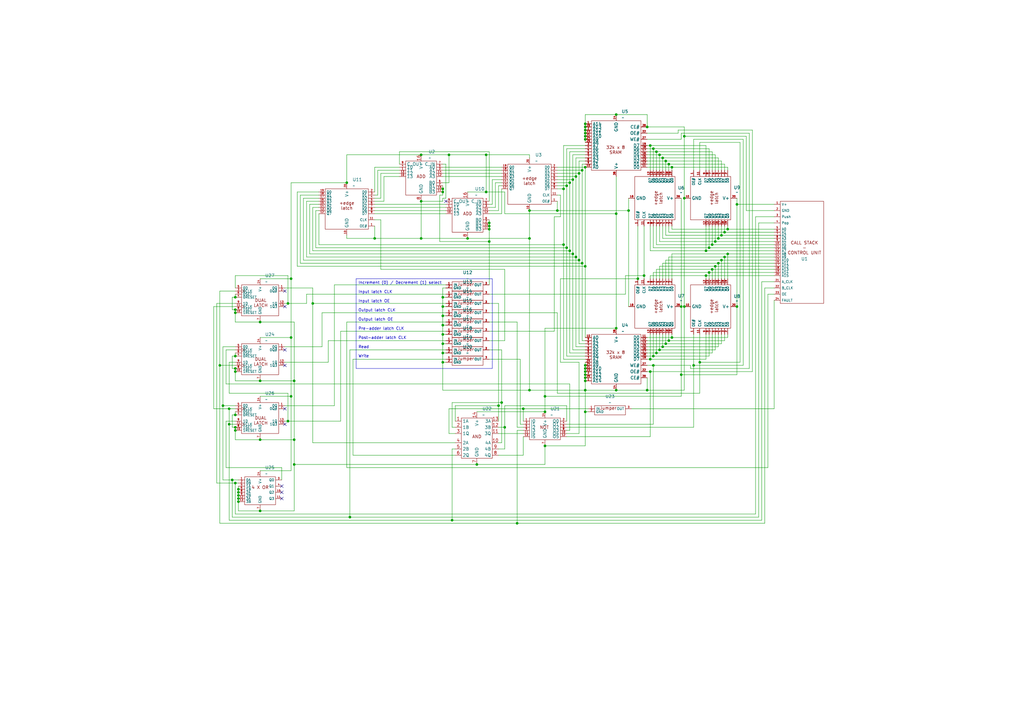
<source format=kicad_sch>
(kicad_sch (version 20231120) (generator "eeschema") (generator_version "8.0")
  (paper "A3")
  (junction (at 118.11 124.46))
  (junction (at 200.66 92.71))
  (junction (at 270.51 63.5))
  (junction (at 240.03 153.67))
  (junction (at 223.52 182.88))
  (junction (at 128.27 124.46))
  (junction (at 238.76 107.95))
  (junction (at 295.91 96.52))
  (junction (at 237.49 71.12))
  (junction (at 231.14 100.33))
  (junction (at 181.61 144.78))
  (junction (at 142.24 74.93))
  (junction (at 200.66 99.06))
  (junction (at 240.03 154.94))
  (junction (at 184.15 63.5))
  (junction (at 96.52 146.05))
  (junction (at 240.03 160.02))
  (junction (at 302.26 125.73))
  (junction (at 275.59 138.43))
  (junction (at 266.7 147.32))
  (junction (at 275.59 68.58))
  (junction (at 106.68 209.55))
  (junction (at 238.76 69.85))
  (junction (at 284.48 149.86))
  (junction (at 96.52 151.13))
  (junction (at 287.02 148.59))
  (junction (at 273.05 66.04))
  (junction (at 252.73 46.99))
  (junction (at 280.67 81.28))
  (junction (at 269.24 62.23))
  (junction (at 236.22 72.39))
  (junction (at 279.4 153.67))
  (junction (at 172.72 82.55))
  (junction (at 240.03 55.88))
  (junction (at 223.52 162.56))
  (junction (at 106.68 132.08))
  (junction (at 240.03 168.91))
  (junction (at 240.03 54.61))
  (junction (at 240.03 52.07))
  (junction (at 231.14 77.47))
  (junction (at 234.95 73.66))
  (junction (at 293.37 99.06))
  (junction (at 118.11 172.72))
  (junction (at 297.18 105.41))
  (junction (at 240.03 50.8))
  (junction (at 96.52 176.53))
  (junction (at 181.61 78.74))
  (junction (at 217.17 86.36))
  (junction (at 240.03 151.13))
  (junction (at 185.42 213.36))
  (junction (at 240.03 53.34))
  (junction (at 91.44 166.37))
  (junction (at 96.52 128.27))
  (junction (at 106.68 180.34))
  (junction (at 240.03 149.86))
  (junction (at 181.61 121.92))
  (junction (at 181.61 77.47))
  (junction (at 96.52 175.26))
  (junction (at 236.22 105.41))
  (junction (at 217.17 160.02))
  (junction (at 217.17 97.79))
  (junction (at 223.52 168.91))
  (junction (at 228.6 86.36))
  (junction (at 97.79 201.93))
  (junction (at 294.64 97.79))
  (junction (at 265.43 160.02))
  (junction (at 266.7 59.69))
  (junction (at 280.67 125.73))
  (junction (at 264.16 113.03))
  (junction (at 267.97 149.86))
  (junction (at 270.51 143.51))
  (junction (at 90.17 149.86))
  (junction (at 191.77 97.79))
  (junction (at 290.83 111.76))
  (junction (at 214.63 167.64))
  (junction (at 289.56 113.03))
  (junction (at 119.38 162.56))
  (junction (at 257.81 86.36))
  (junction (at 96.52 121.92))
  (junction (at 252.73 160.02))
  (junction (at 181.61 148.59))
  (junction (at 240.03 152.4))
  (junction (at 237.49 106.68))
  (junction (at 120.65 180.34))
  (junction (at 265.43 52.07))
  (junction (at 274.32 139.7))
  (junction (at 200.66 91.44))
  (junction (at 252.73 134.62))
  (junction (at 292.1 100.33))
  (junction (at 240.03 156.21))
  (junction (at 199.39 78.74))
  (junction (at 96.52 198.12))
  (junction (at 204.47 166.37))
  (junction (at 233.68 74.93))
  (junction (at 240.03 109.22))
  (junction (at 181.61 140.97))
  (junction (at 195.58 190.5))
  (junction (at 240.03 57.15))
  (junction (at 106.68 156.21))
  (junction (at 261.62 114.3))
  (junction (at 96.52 152.4))
  (junction (at 207.01 175.26))
  (junction (at 252.73 87.63))
  (junction (at 93.98 167.64))
  (junction (at 93.98 173.99))
  (junction (at 119.38 138.43))
  (junction (at 153.67 97.79))
  (junction (at 119.38 114.3))
  (junction (at 234.95 104.14))
  (junction (at 292.1 110.49))
  (junction (at 295.91 106.68))
  (junction (at 96.52 170.18))
  (junction (at 266.7 152.4))
  (junction (at 267.97 146.05))
  (junction (at 267.97 60.96))
  (junction (at 280.67 55.88))
  (junction (at 271.78 64.77))
  (junction (at 232.41 76.2))
  (junction (at 232.41 101.6))
  (junction (at 143.51 212.09))
  (junction (at 181.61 125.73))
  (junction (at 97.79 203.2))
  (junction (at 279.4 125.73))
  (junction (at 205.74 165.1))
  (junction (at 233.68 102.87))
  (junction (at 212.09 214.63))
  (junction (at 172.72 63.5))
  (junction (at 96.52 127))
  (junction (at 271.78 142.24))
  (junction (at 290.83 101.6))
  (junction (at 199.39 63.5))
  (junction (at 294.64 107.95))
  (junction (at 97.79 204.47))
  (junction (at 181.61 133.35))
  (junction (at 172.72 97.79))
  (junction (at 200.66 93.98))
  (junction (at 298.45 104.14))
  (junction (at 297.18 95.25))
  (junction (at 293.37 109.22))
  (junction (at 298.45 93.98))
  (junction (at 95.25 196.85))
  (junction (at 97.79 200.66))
  (junction (at 274.32 67.31))
  (junction (at 97.79 205.74))
  (junction (at 273.05 140.97))
  (junction (at 269.24 144.78))
  (junction (at 120.65 156.21))
  (junction (at 181.61 137.16))
  (junction (at 181.61 129.54))
  (junction (at 302.26 83.82))
  (junction (at 289.56 102.87))
  (junction (at 120.65 190.5))
  (junction (at 240.03 68.58))
  (no_connect (at 115.57 199.39))
  (no_connect (at 116.84 173.99))
  (no_connect (at 115.57 204.47))
  (no_connect (at 116.84 143.51))
  (no_connect (at 182.88 82.55))
  (no_connect (at 116.84 149.86))
  (no_connect (at 115.57 201.93))
  (no_connect (at 116.84 167.64))
  (no_connect (at 116.84 125.73))
  (no_connect (at 116.84 119.38))
  (wire (pts (xy 199.39 78.74) (xy 207.01 78.74)))
  (wire (pts (xy 181.61 140.97) (xy 181.61 144.78)))
  (wire (pts (xy 292.1 92.71) (xy 292.1 100.33)))
  (wire (pts (xy 181.61 137.16) (xy 182.88 137.16)))
  (wire (pts (xy 119.38 114.3) (xy 119.38 138.43)))
  (wire (pts (xy 200.66 91.44) (xy 200.66 92.71)))
  (wire (pts (xy 204.47 76.2) (xy 205.74 76.2)))
  (wire (pts (xy 295.91 106.68) (xy 295.91 114.3)))
  (wire (pts (xy 257.81 86.36) (xy 257.81 125.73)))
  (wire (pts (xy 184.15 63.5) (xy 172.72 63.5)))
  (wire (pts (xy 154.94 80.01) (xy 153.67 80.01)))
  (wire (pts (xy 95.25 151.13) (xy 96.52 151.13)))
  (wire (pts (xy 317.5 93.98) (xy 298.45 93.98)))
  (wire (pts (xy 267.97 60.96) (xy 267.97 69.85)))
  (wire (pts (xy 125.73 124.46) (xy 118.11 124.46)))
  (wire (pts (xy 200.66 99.06) (xy 180.34 99.06)))
  (wire (pts (xy 200.66 147.32) (xy 213.36 147.32)))
  (wire (pts (xy 115.57 191.77) (xy 92.71 191.77)))
  (wire (pts (xy 204.47 166.37) (xy 204.47 172.72)))
  (wire (pts (xy 185.42 213.36) (xy 93.98 213.36)))
  (wire (pts (xy 237.49 106.68) (xy 237.49 140.97)))
  (wire (pts (xy 292.1 69.85) (xy 292.1 62.23)))
  (wire (pts (xy 97.79 196.85) (xy 95.25 196.85)))
  (wire (pts (xy 313.69 214.63) (xy 212.09 214.63)))
  (wire (pts (xy 142.24 191.77) (xy 142.24 132.08)))
  (wire (pts (xy 317.5 95.25) (xy 297.18 95.25)))
  (wire (pts (xy 267.97 149.86) (xy 265.43 149.86)))
  (wire (pts (xy 303.53 148.59) (xy 287.02 148.59)))
  (wire (pts (xy 302.26 83.82) (xy 317.5 83.82)))
  (wire (pts (xy 130.81 87.63) (xy 130.81 100.33)))
  (wire (pts (xy 275.59 137.16) (xy 275.59 138.43)))
  (wire (pts (xy 93.98 161.29) (xy 118.11 161.29)))
  (wire (pts (xy 213.36 147.32) (xy 213.36 173.99)))
  (wire (pts (xy 227.33 88.9) (xy 229.87 88.9)))
  (wire (pts (xy 273.05 96.52) (xy 273.05 92.71)))
  (wire (pts (xy 217.17 63.5) (xy 217.17 64.77)))
  (wire (pts (xy 312.42 213.36) (xy 185.42 213.36)))
  (wire (pts (xy 144.78 186.69) (xy 186.69 186.69)))
  (wire (pts (xy 186.69 177.8) (xy 184.15 177.8)))
  (wire (pts (xy 317.5 109.22) (xy 293.37 109.22)))
  (wire (pts (xy 307.34 151.13) (xy 283.21 151.13)))
  (wire (pts (xy 93.98 148.59) (xy 96.52 148.59)))
  (wire (pts (xy 139.7 172.72) (xy 139.7 135.89)))
  (wire (pts (xy 292.1 62.23) (xy 269.24 62.23)))
  (wire (pts (xy 116.84 172.72) (xy 118.11 172.72)))
  (wire (pts (xy 271.78 137.16) (xy 271.78 142.24)))
  (wire (pts (xy 269.24 114.3) (xy 269.24 110.49)))
  (wire (pts (xy 124.46 106.68) (xy 237.49 106.68)))
  (wire (pts (xy 186.69 166.37) (xy 186.69 172.72)))
  (wire (pts (xy 184.15 63.5) (xy 199.39 63.5)))
  (wire (pts (xy 205.74 165.1) (xy 205.74 181.61)))
  (wire (pts (xy 294.64 92.71) (xy 294.64 97.79)))
  (wire (pts (xy 317.5 97.79) (xy 294.64 97.79)))
  (wire (pts (xy 207.01 87.63) (xy 252.73 87.63)))
  (wire (pts (xy 292.1 137.16) (xy 292.1 144.78)))
  (wire (pts (xy 181.61 121.92) (xy 182.88 121.92)))
  (wire (pts (xy 232.41 76.2) (xy 228.6 76.2)))
  (wire (pts (xy 143.51 143.51) (xy 182.88 143.51)))
  (wire (pts (xy 120.65 132.08) (xy 120.65 156.21)))
  (wire (pts (xy 297.18 92.71) (xy 297.18 95.25)))
  (wire (pts (xy 231.14 59.69) (xy 240.03 59.69)))
  (wire (pts (xy 191.77 97.79) (xy 172.72 97.79)))
  (wire (pts (xy 199.39 63.5) (xy 217.17 63.5)))
  (wire (pts (xy 130.81 81.28) (xy 124.46 81.28)))
  (wire (pts (xy 231.14 100.33) (xy 231.14 77.47)))
  (wire (pts (xy 205.74 72.39) (xy 181.61 72.39)))
  (wire (pts (xy 229.87 114.3) (xy 261.62 114.3)))
  (wire (pts (xy 240.03 149.86) (xy 240.03 151.13)))
  (wire (pts (xy 116.84 148.59) (xy 134.62 148.59)))
  (wire (pts (xy 240.03 168.91) (xy 240.03 160.02)))
  (wire (pts (xy 95.25 146.05) (xy 95.25 151.13)))
  (wire (pts (xy 106.68 180.34) (xy 120.65 180.34)))
  (wire (pts (xy 294.64 107.95) (xy 294.64 114.3)))
  (wire (pts (xy 200.66 62.23) (xy 200.66 82.55)))
  (wire (pts (xy 142.24 63.5) (xy 142.24 74.93)))
  (wire (pts (xy 181.61 82.55) (xy 172.72 82.55)))
  (wire (pts (xy 240.03 109.22) (xy 121.92 109.22)))
  (wire (pts (xy 270.51 143.51) (xy 293.37 143.51)))
  (wire (pts (xy 118.11 124.46) (xy 116.84 124.46)))
  (wire (pts (xy 125.73 120.65) (xy 182.88 120.65)))
  (wire (pts (xy 116.84 118.11) (xy 128.27 118.11)))
  (wire (pts (xy 143.51 143.51) (xy 143.51 212.09)))
  (wire (pts (xy 154.94 69.85) (xy 154.94 80.01)))
  (wire (pts (xy 181.61 76.2) (xy 181.61 77.47)))
  (wire (pts (xy 240.03 46.99) (xy 252.73 46.99)))
  (wire (pts (xy 270.51 92.71) (xy 270.51 99.06)))
  (wire (pts (xy 231.14 77.47) (xy 228.6 77.47)))
  (wire (pts (xy 278.13 53.34) (xy 278.13 54.61)))
  (wire (pts (xy 275.59 68.58) (xy 275.59 69.85)))
  (wire (pts (xy 233.68 74.93) (xy 233.68 102.87)))
  (wire (pts (xy 279.4 153.67) (xy 279.4 162.56)))
  (wire (pts (xy 267.97 60.96) (xy 290.83 60.96)))
  (wire (pts (xy 96.52 175.26) (xy 96.52 176.53)))
  (wire (pts (xy 298.45 104.14) (xy 275.59 104.14)))
  (wire (pts (xy 204.47 186.69) (xy 214.63 186.69)))
  (wire (pts (xy 182.88 87.63) (xy 153.67 87.63)))
  (wire (pts (xy 234.95 104.14) (xy 234.95 73.66)))
  (wire (pts (xy 317.5 96.52) (xy 295.91 96.52)))
  (wire (pts (xy 270.51 63.5) (xy 293.37 63.5)))
  (wire (pts (xy 119.38 162.56) (xy 119.38 193.04)))
  (wire (pts (xy 96.52 176.53) (xy 96.52 180.34)))
  (wire (pts (xy 96.52 132.08) (xy 106.68 132.08)))
  (wire (pts (xy 182.88 85.09) (xy 153.67 85.09)))
  (wire (pts (xy 265.43 57.15) (xy 279.4 57.15)))
  (wire (pts (xy 96.52 180.34) (xy 106.68 180.34)))
  (wire (pts (xy 283.21 151.13) (xy 283.21 149.86)))
  (wire (pts (xy 181.61 144.78) (xy 182.88 144.78)))
  (wire (pts (xy 97.79 204.47) (xy 97.79 205.74)))
  (wire (pts (xy 240.03 156.21) (xy 240.03 160.02)))
  (wire (pts (xy 132.08 128.27) (xy 132.08 142.24)))
  (wire (pts (xy 182.88 67.31) (xy 182.88 81.28)))
  (wire (pts (xy 294.64 137.16) (xy 294.64 142.24)))
  (wire (pts (xy 266.7 152.4) (xy 308.61 152.4)))
  (wire (pts (xy 229.87 88.9) (xy 229.87 80.01)))
  (wire (pts (xy 266.7 147.32) (xy 265.43 147.32)))
  (wire (pts (xy 124.46 81.28) (xy 124.46 106.68)))
  (wire (pts (xy 181.61 67.31) (xy 182.88 67.31)))
  (wire (pts (xy 240.03 68.58) (xy 240.03 109.22)))
  (wire (pts (xy 96.52 121.92) (xy 95.25 121.92)))
  (wire (pts (xy 181.61 78.74) (xy 181.61 80.01)))
  (wire (pts (xy 204.47 177.8) (xy 214.63 177.8)))
  (wire (pts (xy 240.03 151.13) (xy 240.03 152.4)))
  (wire (pts (xy 240.03 182.88) (xy 223.52 182.88)))
  (wire (pts (xy 228.6 72.39) (xy 236.22 72.39)))
  (wire (pts (xy 95.25 212.09) (xy 143.51 212.09)))
  (wire (pts (xy 200.66 116.84) (xy 200.66 99.06)))
  (wire (pts (xy 229.87 80.01) (xy 228.6 80.01)))
  (wire (pts (xy 88.9 124.46) (xy 96.52 124.46)))
  (wire (pts (xy 96.52 128.27) (xy 96.52 132.08)))
  (wire (pts (xy 317.5 88.9) (xy 309.88 88.9)))
  (wire (pts (xy 280.67 125.73) (xy 280.67 160.02)))
  (wire (pts (xy 186.69 184.15) (xy 185.42 184.15)))
  (wire (pts (xy 234.95 143.51) (xy 240.03 143.51)))
  (wire (pts (xy 200.66 139.7) (xy 207.01 139.7)))
  (wire (pts (xy 265.43 52.07) (xy 265.43 46.99)))
  (wire (pts (xy 121.92 78.74) (xy 130.81 78.74)))
  (wire (pts (xy 252.73 87.63) (xy 252.73 134.62)))
  (wire (pts (xy 289.56 147.32) (xy 266.7 147.32)))
  (wire (pts (xy 134.62 148.59) (xy 134.62 139.7)))
  (wire (pts (xy 232.41 179.07) (xy 266.7 179.07)))
  (wire (pts (xy 153.67 68.58) (xy 163.83 68.58)))
  (wire (pts (xy 212.09 214.63) (xy 90.17 214.63)))
  (wire (pts (xy 181.61 121.92) (xy 181.61 125.73)))
  (wire (pts (xy 96.52 167.64) (xy 93.98 167.64)))
  (wire (pts (xy 130.81 80.01) (xy 123.19 80.01)))
  (wire (pts (xy 284.48 57.15) (xy 284.48 69.85)))
  (wire (pts (xy 120.65 180.34) (xy 120.65 190.5)))
  (wire (pts (xy 95.25 196.85) (xy 91.44 196.85)))
  (wire (pts (xy 88.9 198.12) (xy 88.9 124.46)))
  (wire (pts (xy 266.7 114.3) (xy 266.7 113.03)))
  (wire (pts (xy 256.54 120.65) (xy 200.66 120.65)))
  (wire (pts (xy 232.41 60.96) (xy 232.41 76.2)))
  (wire (pts (xy 163.83 72.39) (xy 157.48 72.39)))
  (wire (pts (xy 308.61 53.34) (xy 278.13 53.34)))
  (wire (pts (xy 304.8 57.15) (xy 284.48 57.15)))
  (wire (pts (xy 290.83 60.96) (xy 290.83 69.85)))
  (wire (pts (xy 184.15 74.93) (xy 184.15 63.5)))
  (wire (pts (xy 267.97 146.05) (xy 290.83 146.05)))
  (wire (pts (xy 269.24 137.16) (xy 269.24 144.78)))
  (wire (pts (xy 227.33 135.89) (xy 227.33 88.9)))
  (wire (pts (xy 317.5 99.06) (xy 293.37 99.06)))
  (wire (pts (xy 240.03 153.67) (xy 240.03 154.94)))
  (wire (pts (xy 233.68 157.48) (xy 92.71 157.48)))
  (wire (pts (xy 311.15 91.44) (xy 317.5 91.44)))
  (wire (pts (xy 233.68 176.53) (xy 233.68 157.48)))
  (wire (pts (xy 265.43 160.02) (xy 252.73 160.02)))
  (wire (pts (xy 95.25 121.92) (xy 95.25 127)))
  (wire (pts (xy 181.61 125.73) (xy 181.61 129.54)))
  (wire (pts (xy 106.68 156.21) (xy 120.65 156.21)))
  (wire (pts (xy 228.6 68.58) (xy 240.03 68.58)))
  (wire (pts (xy 144.78 147.32) (xy 182.88 147.32)))
  (wire (pts (xy 311.15 212.09) (xy 311.15 91.44)))
  (wire (pts (xy 186.69 166.37) (xy 204.47 166.37)))
  (wire (pts (xy 295.91 96.52) (xy 295.91 92.71)))
  (wire (pts (xy 265.43 152.4) (xy 266.7 152.4)))
  (wire (pts (xy 266.7 137.16) (xy 266.7 147.32)))
  (wire (pts (xy 123.19 107.95) (xy 238.76 107.95)))
  (wire (pts (xy 181.61 74.93) (xy 184.15 74.93)))
  (wire (pts (xy 274.32 114.3) (xy 274.32 105.41)))
  (wire (pts (xy 279.4 54.61) (xy 307.34 54.61)))
  (wire (pts (xy 317.5 101.6) (xy 290.83 101.6)))
  (wire (pts (xy 294.64 64.77) (xy 271.78 64.77)))
  (wire (pts (xy 203.2 74.93) (xy 203.2 85.09)))
  (wire (pts (xy 120.65 209.55) (xy 106.68 209.55)))
  (wire (pts (xy 297.18 105.41) (xy 297.18 114.3)))
  (wire (pts (xy 238.76 69.85) (xy 228.6 69.85)))
  (wire (pts (xy 229.87 148.59) (xy 229.87 114.3)))
  (wire (pts (xy 96.52 198.12) (xy 97.79 198.12)))
  (wire (pts (xy 234.95 73.66) (xy 228.6 73.66)))
  (wire (pts (xy 153.67 97.79) (xy 142.24 97.79)))
  (wire (pts (xy 200.66 93.98) (xy 200.66 99.06)))
  (wire (pts (xy 233.68 62.23) (xy 240.03 62.23)))
  (wire (pts (xy 317.5 111.76) (xy 290.83 111.76)))
  (wire (pts (xy 303.53 58.42) (xy 303.53 148.59)))
  (wire (pts (xy 119.38 193.04) (xy 106.68 193.04)))
  (wire (pts (xy 96.52 146.05) (xy 95.25 146.05)))
  (wire (pts (xy 266.7 113.03) (xy 289.56 113.03)))
  (wire (pts (xy 87.63 167.64) (xy 87.63 125.73)))
  (wire (pts (xy 292.1 110.49) (xy 292.1 114.3)))
  (wire (pts (xy 205.74 165.1) (xy 205.74 143.51)))
  (wire (pts (xy 223.52 190.5) (xy 195.58 190.5)))
  (wire (pts (xy 274.32 139.7) (xy 265.43 139.7)))
  (wire (pts (xy 96.52 142.24) (xy 91.44 142.24)))
  (wire (pts (xy 181.61 160.02) (xy 217.17 160.02)))
  (wire (pts (xy 238.76 69.85) (xy 238.76 67.31)))
  (wire (pts (xy 127 83.82) (xy 127 104.14)))
  (wire (pts (xy 309.88 210.82) (xy 96.52 210.82)))
  (wire (pts (xy 280.67 55.88) (xy 280.67 52.07)))
  (wire (pts (xy 96.52 198.12) (xy 88.9 198.12)))
  (wire (pts (xy 290.83 111.76) (xy 267.97 111.76)))
  (wire (pts (xy 212.09 132.08) (xy 212.09 175.26)))
  (wire (pts (xy 271.78 64.77) (xy 271.78 69.85)))
  (wire (pts (xy 156.21 110.49) (xy 156.21 90.17)))
  (wire (pts (xy 143.51 212.09) (xy 311.15 212.09)))
  (wire (pts (xy 294.64 107.95) (xy 317.5 107.95)))
  (wire (pts (xy 205.74 71.12) (xy 181.61 71.12)))
  (wire (pts (xy 128.27 124.46) (xy 128.27 181.61)))
  (wire (pts (xy 265.43 146.05) (xy 267.97 146.05)))
  (wire (pts (xy 275.59 68.58) (xy 298.45 68.58)))
  (wire (pts (xy 287.02 161.29) (xy 287.02 148.59)))
  (wire (pts (xy 289.56 113.03) (xy 289.56 114.3)))
  (wire (pts (xy 181.61 148.59) (xy 182.88 148.59)))
  (wire (pts (xy 153.67 78.74) (xy 153.67 68.58)))
  (wire (pts (xy 205.74 77.47) (xy 205.74 87.63)))
  (wire (pts (xy 236.22 64.77) (xy 240.03 64.77)))
  (wire (pts (xy 182.88 81.28) (xy 181.61 81.28)))
  (wire (pts (xy 317.5 123.19) (xy 317.5 167.64)))
  (wire (pts (xy 97.79 203.2) (xy 97.79 204.47)))
  (wire (pts (xy 200.66 124.46) (xy 204.47 124.46)))
  (wire (pts (xy 298.45 93.98) (xy 298.45 92.71)))
  (wire (pts (xy 267.97 137.16) (xy 267.97 146.05)))
  (wire (pts (xy 279.4 153.67) (xy 302.26 153.67)))
  (wire (pts (xy 265.43 60.96) (xy 267.97 60.96)))
  (wire (pts (xy 121.92 109.22) (xy 121.92 78.74)))
  (wire (pts (xy 182.88 83.82) (xy 153.67 83.82)))
  (wire (pts (xy 106.68 114.3) (xy 119.38 114.3)))
  (wire (pts (xy 156.21 71.12) (xy 163.83 71.12)))
  (wire (pts (xy 132.08 142.24) (xy 116.84 142.24)))
  (wire (pts (xy 181.61 125.73) (xy 182.88 125.73)))
  (wire (pts (xy 269.24 92.71) (xy 269.24 100.33)))
  (wire (pts (xy 273.05 66.04) (xy 295.91 66.04)))
  (wire (pts (xy 274.32 67.31) (xy 274.32 69.85)))
  (wire (pts (xy 234.95 63.5) (xy 234.95 73.66)))
  (wire (pts (xy 238.76 67.31) (xy 240.03 67.31)))
  (wire (pts (xy 185.42 165.1) (xy 185.42 175.26)))
  (wire (pts (xy 290.83 101.6) (xy 267.97 101.6)))
  (wire (pts (xy 214.63 167.64) (xy 241.3 167.64)))
  (wire (pts (xy 240.03 58.42) (xy 240.03 57.15)))
  (wire (pts (xy 313.69 118.11) (xy 313.69 214.63)))
  (wire (pts (xy 97.79 199.39) (xy 97.79 200.66)))
  (wire (pts (xy 96.52 170.18) (xy 95.25 170.18)))
  (wire (pts (xy 191.77 97.79) (xy 217.17 97.79)))
  (wire (pts (xy 265.43 66.04) (xy 273.05 66.04)))
  (wire (pts (xy 240.03 52.07) (xy 240.03 50.8)))
  (wire (pts (xy 279.4 81.28) (xy 279.4 125.73)))
  (wire (pts (xy 132.08 128.27) (xy 182.88 128.27)))
  (wire (pts (xy 97.79 201.93) (xy 97.79 203.2)))
  (wire (pts (xy 93.98 213.36) (xy 93.98 173.99)))
  (wire (pts (xy 297.18 67.31) (xy 274.32 67.31)))
  (wire (pts (xy 297.18 69.85) (xy 297.18 67.31)))
  (wire (pts (xy 241.3 168.91) (xy 240.03 168.91)))
  (wire (pts (xy 237.49 177.8) (xy 237.49 148.59)))
  (wire (pts (xy 223.52 162.56) (xy 223.52 168.91)))
  (wire (pts (xy 275.59 92.71) (xy 275.59 93.98)))
  (wire (pts (xy 92.71 191.77) (xy 92.71 172.72)))
  (wire (pts (xy 267.97 111.76) (xy 267.97 114.3)))
  (wire (pts (xy 228.6 74.93) (xy 233.68 74.93)))
  (wire (pts (xy 271.78 142.24) (xy 265.43 142.24)))
  (wire (pts (xy 228.6 86.36) (xy 257.81 86.36)))
  (wire (pts (xy 280.67 81.28) (xy 280.67 55.88)))
  (wire (pts (xy 317.5 115.57) (xy 312.42 115.57)))
  (wire (pts (xy 157.48 72.39) (xy 157.48 82.55)))
  (wire (pts (xy 308.61 152.4) (xy 308.61 53.34)))
  (wire (pts (xy 96.52 156.21) (xy 106.68 156.21)))
  (wire (pts (xy 294.64 142.24) (xy 271.78 142.24)))
  (wire (pts (xy 125.73 82.55) (xy 130.81 82.55)))
  (wire (pts (xy 279.4 57.15) (xy 279.4 54.61)))
  (wire (pts (xy 274.32 67.31) (xy 265.43 67.31)))
  (wire (pts (xy 96.52 210.82) (xy 96.52 198.12)))
  (wire (pts (xy 91.44 142.24) (xy 91.44 166.37)))
  (wire (pts (xy 181.61 129.54) (xy 181.61 133.35)))
  (wire (pts (xy 181.61 77.47) (xy 181.61 78.74)))
  (wire (pts (xy 130.81 100.33) (xy 231.14 100.33)))
  (wire (pts (xy 212.09 176.53) (xy 212.09 214.63)))
  (wire (pts (xy 284.48 137.16) (xy 284.48 149.86)))
  (wire (pts (xy 232.41 146.05) (xy 240.03 146.05)))
  (wire (pts (xy 274.32 105.41) (xy 297.18 105.41)))
  (wire (pts (xy 223.52 134.62) (xy 223.52 162.56)))
  (wire (pts (xy 228.6 86.36) (xy 217.17 86.36)))
  (wire (pts (xy 261.62 92.71) (xy 261.62 114.3)))
  (wire (pts (xy 284.48 175.26) (xy 284.48 149.86)))
  (wire (pts (xy 137.16 116.84) (xy 182.88 116.84)))
  (wire (pts (xy 240.03 147.32) (xy 231.14 147.32)))
  (wire (pts (xy 207.01 184.15) (xy 204.47 184.15)))
  (wire (pts (xy 93.98 167.64) (xy 87.63 167.64)))
  (wire (pts (xy 201.93 83.82) (xy 201.93 73.66)))
  (wire (pts (xy 240.03 154.94) (xy 240.03 156.21)))
  (wire (pts (xy 292.1 110.49) (xy 317.5 110.49)))
  (wire (pts (xy 97.79 205.74) (xy 97.79 209.55)))
  (wire (pts (xy 280.67 52.07) (xy 265.43 52.07)))
  (wire (pts (xy 264.16 113.03) (xy 264.16 114.3)))
  (wire (pts (xy 157.48 82.55) (xy 153.67 82.55)))
  (wire (pts (xy 214.63 176.53) (xy 212.09 176.53)))
  (wire (pts (xy 293.37 99.06) (xy 270.51 99.06)))
  (wire (pts (xy 142.24 74.93) (xy 119.38 74.93)))
  (wire (pts (xy 92.71 143.51) (xy 96.52 143.51)))
  (wire (pts (xy 240.03 160.02) (xy 252.73 160.02)))
  (wire (pts (xy 294.64 69.85) (xy 294.64 64.77)))
  (wire (pts (xy 293.37 109.22) (xy 270.51 109.22)))
  (wire (pts (xy 233.68 144.78) (xy 233.68 102.87)))
  (wire (pts (xy 200.66 143.51) (xy 205.74 143.51)))
  (wire (pts (xy 129.54 101.6) (xy 232.41 101.6)))
  (wire (pts (xy 240.03 142.24) (xy 236.22 142.24)))
  (wire (pts (xy 207.01 175.26) (xy 207.01 184.15)))
  (wire (pts (xy 309.88 88.9) (xy 309.88 210.82)))
  (wire (pts (xy 265.43 143.51) (xy 270.51 143.51)))
  (wire (pts (xy 292.1 100.33) (xy 269.24 100.33)))
  (wire (pts (xy 270.51 137.16) (xy 270.51 143.51)))
  (wire (pts (xy 287.02 148.59) (xy 287.02 137.16)))
  (wire (pts (xy 293.37 63.5) (xy 293.37 69.85)))
  (wire (pts (xy 314.96 120.65) (xy 314.96 191.77)))
  (wire (pts (xy 314.96 120.65) (xy 317.5 120.65)))
  (wire (pts (xy 295.91 66.04) (xy 295.91 69.85)))
  (wire (pts (xy 212.09 175.26) (xy 214.63 175.26)))
  (wire (pts (xy 236.22 105.41) (xy 125.73 105.41)))
  (wire (pts (xy 97.79 200.66) (xy 97.79 201.93)))
  (wire (pts (xy 240.03 148.59) (xy 240.03 149.86)))
  (wire (pts (xy 295.91 96.52) (xy 273.05 96.52)))
  (wire (pts (xy 205.74 69.85) (xy 181.61 69.85)))
  (wire (pts (xy 314.96 191.77) (xy 142.24 191.77)))
  (wire (pts (xy 240.03 63.5) (xy 234.95 63.5)))
  (wire (pts (xy 90.17 149.86) (xy 96.52 149.86)))
  (wire (pts (xy 240.03 144.78) (xy 233.68 144.78)))
  (wire (pts (xy 129.54 86.36) (xy 129.54 101.6)))
  (wire (pts (xy 317.5 106.68) (xy 295.91 106.68)))
  (wire (pts (xy 265.43 138.43) (xy 275.59 138.43)))
  (wire (pts (xy 289.56 69.85) (xy 289.56 59.69)))
  (wire (pts (xy 307.34 54.61) (xy 307.34 151.13)))
  (wire (pts (xy 302.26 153.67) (xy 302.26 125.73)))
  (wire (pts (xy 280.67 160.02) (xy 265.43 160.02)))
  (wire (pts (xy 181.61 140.97) (xy 182.88 140.97)))
  (wire (pts (xy 96.52 144.78) (xy 96.52 146.05)))
  (wire (pts (xy 125.73 124.46) (xy 125.73 120.65)))
  (wire (pts (xy 128.27 181.61) (xy 186.69 181.61)))
  (wire (pts (xy 119.38 138.43) (xy 119.38 162.56)))
  (wire (pts (xy 231.14 77.47) (xy 231.14 59.69)))
  (wire (pts (xy 163.83 62.23) (xy 200.66 62.23)))
  (wire (pts (xy 232.41 175.26) (xy 284.48 175.26)))
  (wire (pts (xy 280.67 55.88) (xy 306.07 55.88)))
  (wire (pts (xy 95.25 170.18) (xy 95.25 175.26)))
  (wire (pts (xy 233.68 102.87) (xy 128.27 102.87)))
  (wire (pts (xy 97.79 209.55) (xy 106.68 209.55)))
  (wire (pts (xy 297.18 137.16) (xy 297.18 139.7)))
  (wire (pts (xy 279.4 162.56) (xy 223.52 162.56)))
  (wire (pts (xy 120.65 156.21) (xy 120.65 180.34)))
  (wire (pts (xy 96.52 127) (xy 96.52 128.27)))
  (wire (pts (xy 295.91 140.97) (xy 295.91 137.16)))
  (wire (pts (xy 207.01 166.37) (xy 207.01 175.26)))
  (wire (pts (xy 297.18 139.7) (xy 274.32 139.7)))
  (wire (pts (xy 87.63 125.73) (xy 96.52 125.73)))
  (wire (pts (xy 298.45 114.3) (xy 298.45 104.14)))
  (wire (pts (xy 106.68 132.08) (xy 120.65 132.08)))
  (wire (pts (xy 236.22 72.39) (xy 236.22 64.77)))
  (wire (pts (xy 156.21 81.28) (xy 156.21 71.12)))
  (wire (pts (xy 163.83 69.85) (xy 154.94 69.85)))
  (wire (pts (xy 271.78 64.77) (xy 265.43 64.77)))
  (wire (pts (xy 185.42 165.1) (xy 205.74 165.1)))
  (wire (pts (xy 90.17 149.86) (xy 90.17 119.38)))
  (wire (pts (xy 95.25 175.26) (xy 96.52 175.26)))
  (wire (pts (xy 207.01 110.49) (xy 156.21 110.49)))
  (wire (pts (xy 240.03 60.96) (xy 232.41 60.96)))
  (wire (pts (xy 274.32 95.25) (xy 274.32 92.71)))
  (wire (pts (xy 275.59 138.43) (xy 298.45 138.43)))
  (wire (pts (xy 232.41 177.8) (xy 237.49 177.8)))
  (wire (pts (xy 182.88 118.11) (xy 181.61 118.11)))
  (wire (pts (xy 172.72 97.79) (xy 153.67 97.79)))
  (wire (pts (xy 199.39 63.5) (xy 199.39 78.74)))
  (wire (pts (xy 134.62 139.7) (xy 182.88 139.7)))
  (wire (pts (xy 264.16 92.71) (xy 264.16 113.03)))
  (wire (pts (xy 267.97 173.99) (xy 267.97 149.86)))
  (wire (pts (xy 297.18 95.25) (xy 274.32 95.25)))
  (wire (pts (xy 153.67 81.28) (xy 156.21 81.28)))
  (wire (pts (xy 95.25 127) (xy 96.52 127)))
  (wire (pts (xy 292.1 144.78) (xy 269.24 144.78)))
  (wire (pts (xy 256.54 113.03) (xy 256.54 120.65)))
  (wire (pts (xy 298.45 104.14) (xy 317.5 104.14)))
  (wire (pts (xy 153.67 92.71) (xy 153.67 97.79)))
  (wire (pts (xy 289.56 92.71) (xy 289.56 102.87)))
  (wire (pts (xy 265.43 154.94) (xy 265.43 160.02)))
  (wire (pts (xy 289.56 59.69) (xy 266.7 59.69)))
  (wire (pts (xy 217.17 160.02) (xy 240.03 160.02)))
  (wire (pts (xy 280.67 81.28) (xy 280.67 125.73)))
  (wire (pts (xy 238.76 107.95) (xy 238.76 69.85)))
  (wire (pts (xy 127 104.14) (xy 234.95 104.14)))
  (wire (pts (xy 130.81 83.82) (xy 127 83.82)))
  (wire (pts (xy 275.59 104.14) (xy 275.59 114.3)))
  (wire (pts (xy 144.78 147.32) (xy 144.78 186.69)))
  (wire (pts (xy 120.65 190.5) (xy 195.58 190.5)))
  (wire (pts (xy 214.63 186.69) (xy 214.63 179.07)))
  (wire (pts (xy 240.03 57.15) (xy 240.03 55.88)))
  (wire (pts (xy 214.63 167.64) (xy 214.63 172.72)))
  (wire (pts (xy 240.03 109.22) (xy 240.03 138.43)))
  (wire (pts (xy 91.44 166.37) (xy 96.52 166.37)))
  (wire (pts (xy 185.42 175.26) (xy 186.69 175.26)))
  (wire (pts (xy 265.43 46.99) (xy 252.73 46.99)))
  (wire (pts (xy 195.58 168.91) (xy 223.52 168.91)))
  (wire (pts (xy 185.42 184.15) (xy 185.42 213.36)))
  (wire (pts (xy 298.45 68.58) (xy 298.45 69.85)))
  (wire (pts (xy 269.24 62.23) (xy 265.43 62.23)))
  (wire (pts (xy 181.61 118.11) (xy 181.61 121.92)))
  (wire (pts (xy 271.78 107.95) (xy 294.64 107.95)))
  (wire (pts (xy 200.66 83.82) (xy 201.93 83.82)))
  (wire (pts (xy 203.2 85.09) (xy 200.66 85.09)))
  (wire (pts (xy 304.8 149.86) (xy 304.8 57.15)))
  (wire (pts (xy 317.5 167.64) (xy 259.08 167.64)))
  (wire (pts (xy 96.52 168.91) (xy 96.52 170.18)))
  (wire (pts (xy 184.15 167.64) (xy 214.63 167.64)))
  (wire (pts (xy 123.19 80.01) (xy 123.19 107.95)))
  (wire (pts (xy 90.17 119.38) (xy 96.52 119.38)))
  (wire (pts (xy 273.05 66.04) (xy 273.05 69.85)))
  (wire (pts (xy 205.74 74.93) (xy 203.2 74.93)))
  (wire (pts (xy 317.5 102.87) (xy 289.56 102.87)))
  (wire (pts (xy 252.73 72.39) (xy 252.73 87.63)))
  (wire (pts (xy 233.68 74.93) (xy 233.68 62.23)))
  (wire (pts (xy 298.45 138.43) (xy 298.45 137.16)))
  (wire (pts (xy 180.34 80.01) (xy 180.34 99.06)))
  (wire (pts (xy 139.7 135.89) (xy 182.88 135.89)))
  (wire (pts (xy 200.66 90.17) (xy 200.66 91.44)))
  (wire (pts (xy 266.7 59.69) (xy 265.43 59.69)))
  (wire (pts (xy 237.49 106.68) (xy 237.49 71.12)))
  (wire (pts (xy 181.61 129.54) (xy 182.88 129.54)))
  (wire (pts (xy 96.52 113.03) (xy 96.52 118.11)))
  (wire (pts (xy 200.66 132.08) (xy 212.09 132.08)))
  (wire (pts (xy 93.98 173.99) (xy 96.52 173.99)))
  (wire (pts (xy 287.02 69.85) (xy 287.02 58.42)))
  (wire (pts (xy 289.56 113.03) (xy 317.5 113.03)))
  (wire (pts (xy 257.81 81.28) (xy 257.81 86.36)))
  (wire (pts (xy 290.83 101.6) (xy 290.83 92.71)))
  (wire (pts (xy 232.41 166.37) (xy 207.01 166.37)))
  (wire (pts (xy 91.44 196.85) (xy 91.44 166.37)))
  (wire (pts (xy 273.05 137.16) (xy 273.05 140.97)))
  (wire (pts (xy 118.11 172.72) (xy 118.11 161.29)))
  (wire (pts (xy 270.51 109.22) (xy 270.51 114.3)))
  (wire (pts (xy 265.43 140.97) (xy 273.05 140.97)))
  (wire (pts (xy 290.83 146.05) (xy 290.83 137.16)))
  (wire (pts (xy 172.72 63.5) (xy 142.24 63.5)))
  (wire (pts (xy 128.27 118.11) (xy 128.27 124.46)))
  (wire (pts (xy 317.5 118.11) (xy 313.69 118.11)))
  (wire (pts (xy 232.41 172.72) (xy 232.41 166.37)))
  (wire (pts (xy 142.24 97.79) (xy 142.24 96.52)))
  (wire (pts (xy 204.47 124.46) (xy 204.47 166.37)))
  (wire (pts (xy 238.76 139.7) (xy 238.76 107.95)))
  (wire (pts (xy 228.6 82.55) (xy 228.6 86.36)))
  (wire (pts (xy 266.7 92.71) (xy 266.7 102.87)))
  (wire (pts (xy 231.14 147.32) (xy 231.14 100.33)))
  (wire (pts (xy 283.21 149.86) (xy 267.97 149.86)))
  (wire (pts (xy 217.17 97.79) (xy 217.17 160.02)))
  (wire (pts (xy 240.03 66.04) (xy 237.49 66.04)))
  (wire (pts (xy 271.78 114.3) (xy 271.78 107.95)))
  (wire (pts (xy 130.81 86.36) (xy 129.54 86.36)))
  (wire (pts (xy 205.74 181.61) (xy 204.47 181.61)))
  (wire (pts (xy 240.03 152.4) (xy 240.03 153.67)))
  (wire (pts (xy 181.61 133.35) (xy 181.61 137.16)))
  (wire (pts (xy 273.05 140.97) (xy 295.91 140.97)))
  (wire (pts (xy 137.16 166.37) (xy 137.16 116.84)))
  (wire (pts (xy 182.88 86.36) (xy 153.67 86.36)))
  (wire (pts (xy 297.18 105.41) (xy 317.5 105.41)))
  (wire (pts (xy 267.97 92.71) (xy 267.97 101.6)))
  (wire (pts (xy 236.22 142.24) (xy 236.22 105.41)))
  (wire (pts (xy 95.25 196.85) (xy 95.25 212.09)))
  (wire (pts (xy 232.41 173.99) (xy 267.97 173.99)))
  (wire (pts (xy 240.03 53.34) (xy 240.03 52.07)))
  (wire (pts (xy 293.37 109.22) (xy 293.37 114.3)))
  (wire (pts (xy 128.27 102.87) (xy 128.27 85.09)))
  (wire (pts (xy 295.91 106.68) (xy 273.05 106.68)))
  (wire (pts (xy 236.22 72.39) (xy 236.22 105.41)))
  (wire (pts (xy 234.95 104.14) (xy 234.95 143.51)))
  (wire (pts (xy 93.98 161.29) (xy 93.98 148.59)))
  (wire (pts (xy 181.61 144.78) (xy 181.61 148.59)))
  (wire (pts (xy 93.98 167.64) (xy 93.98 173.99)))
  (wire (pts (xy 240.03 55.88) (xy 240.03 54.61)))
  (wire (pts (xy 118.11 124.46) (xy 118.11 113.03)))
  (wire (pts (xy 223.52 182.88) (xy 223.52 190.5)))
  (wire (pts (xy 200.66 92.71) (xy 200.66 93.98)))
  (wire (pts (xy 204.47 175.26) (xy 207.01 175.26)))
  (wire (pts (xy 240.03 54.61) (xy 240.03 53.34)))
  (wire (pts (xy 284.48 149.86) (xy 304.8 149.86)))
  (wire (pts (xy 317.5 100.33) (xy 292.1 100.33)))
  (wire (pts (xy 273.05 106.68) (xy 273.05 114.3)))
  (wire (pts (xy 142.24 132.08) (xy 182.88 132.08)))
  (wire (pts (xy 128.27 85.09) (xy 130.81 85.09)))
  (wire (pts (xy 264.16 113.03) (xy 256.54 113.03)))
  (wire (pts (xy 118.11 172.72) (xy 139.7 172.72)))
  (wire (pts (xy 279.4 125.73) (xy 279.4 153.67)))
  (wire (pts (xy 290.83 111.76) (xy 290.83 114.3)))
  (wire (pts (xy 200.66 128.27) (xy 228.6 128.27)))
  (wire (pts (xy 92.71 157.48) (xy 92.71 143.51)))
  (wire (pts (xy 237.49 71.12) (xy 228.6 71.12)))
  (wire (pts (xy 302.26 81.28) (xy 302.26 83.82)))
  (wire (pts (xy 237.49 66.04) (xy 237.49 71.12)))
  (wire (pts (xy 237.49 140.97) (xy 240.03 140.97)))
  (wire (pts (xy 237.49 148.59) (xy 229.87 148.59)))
  (wire (pts (xy 207.01 78.74) (xy 207.01 87.63)))
  (wire (pts (xy 181.61 133.35) (xy 182.88 133.35)))
  (wire (pts (xy 240.03 139.7) (xy 238.76 139.7)))
  (wire (pts (xy 201.93 73.66) (xy 205.74 73.66)))
  (wire (pts (xy 232.41 176.53) (xy 233.68 176.53)))
  (wire (pts (xy 120.65 190.5) (xy 120.65 209.55)))
  (wire (pts (xy 96.52 151.13) (xy 96.52 152.4)))
  (wire (pts (xy 293.37 143.51) (xy 293.37 137.16)))
  (wire (pts (xy 213.36 173.99) (xy 214.63 173.99)))
  (wire (pts (xy 96.52 120.65) (xy 96.52 121.92)))
  (wire (pts (xy 293.37 99.06) (xy 293.37 92.71)))
  (wire (pts (xy 252.73 134.62) (xy 223.52 134.62)))
  (wire (pts (xy 294.64 97.79) (xy 271.78 97.79)))
  (wire (pts (xy 200.66 86.36) (xy 204.47 86.36)))
  (wire (pts (xy 181.61 148.59) (xy 181.61 160.02)))
  (wire (pts (xy 207.01 139.7) (xy 207.01 110.49)))
  (wire (pts (xy 125.73 105.41) (xy 125.73 82.55)))
  (wire (pts (xy 274.32 137.16) (xy 274.32 139.7)))
  (wire (pts (xy 269.24 62.23) (xy 269.24 69.85)))
  (wire (pts (xy 205.74 87.63) (xy 200.66 87.63)))
  (wire (pts (xy 287.02 58.42) (xy 303.53 58.42)))
  (wire (pts (xy 269.24 144.78) (xy 265.43 144.78)))
  (wire (pts (xy 266.7 59.69) (xy 266.7 69.85)))
  (wire (pts (xy 306.07 55.88) (xy 306.07 86.36)))
  (wire (pts (xy 90.17 214.63) (xy 90.17 149.86)))
  (wire (pts (xy 200.66 135.89) (xy 227.33 135.89)))
  (wire (pts (xy 266.7 179.07) (xy 266.7 152.4)))
  (wire (pts (xy 270.51 63.5) (xy 270.51 69.85)))
  (wire (pts (xy 92.71 172.72) (xy 96.52 172.72)))
  (wire (pts (xy 205.74 68.58) (xy 181.61 68.58)))
  (wire (pts (xy 298.45 93.98) (xy 275.59 93.98)))
  (wire (pts (xy 163.83 67.31) (xy 163.83 62.23)))
  (wire (pts (xy 106.68 138.43) (xy 119.38 138.43)))
  (wire (pts (xy 269.24 110.49) (xy 292.1 110.49)))
  (wire (pts (xy 119.38 74.93) (xy 119.38 114.3)))
  (wire (pts (xy 172.72 82.55) (xy 172.72 97.79)))
  (wire (pts (xy 232.41 101.6) (xy 232.41 146.05)))
  (wire (pts (xy 217.17 86.36) (xy 217.17 97.79)))
  (wire (pts (xy 106.68 162.56) (xy 119.38 162.56)))
  (wire (pts (xy 271.78 92.71) (xy 271.78 97.79)))
  (wire (pts (xy 181.61 80.01) (xy 180.34 80.01)))
  (wire (pts (xy 312.42 115.57) (xy 312.42 213.36)))
  (wire (pts (xy 228.6 128.27) (xy 228.6 161.29)))
  (wire (pts (xy 118.11 113.03) (xy 96.52 113.03)))
  (wire (pts (xy 184.15 177.8) (xy 184.15 167.64)))
  (wire (pts (xy 191.77 78.74) (xy 199.39 78.74)))
  (wire (pts (xy 232.41 101.6) (xy 232.41 76.2)))
  (wire (pts (xy 240.03 50.8) (xy 240.03 46.99)))
  (wire (pts (xy 128.27 124.46) (xy 182.88 124.46)))
  (wire (pts (xy 204.47 86.36) (xy 204.47 76.2)))
  (wire (pts (xy 181.61 81.28) (xy 181.61 82.55)))
  (wire (pts (xy 96.52 152.4) (xy 96.52 156.21)))
  (wire (pts (xy 240.03 168.91) (xy 240.03 182.88)))
  (wire (pts (xy 115.57 196.85) (xy 115.57 191.77)))
  (wire (pts (xy 306.07 86.36) (xy 317.5 86.36)))
  (wire (pts (xy 265.43 68.58) (xy 275.59 68.58)))
  (wire (pts (xy 302.26 83.82) (xy 302.26 125.73)))
  (wire (pts (xy 289.56 102.87) (xy 266.7 102.87)))
  (wire (pts (xy 156.21 90.17) (xy 153.67 90.17)))
  (wire (pts (xy 116.84 166.37) (xy 137.16 166.37)))
  (wire (pts (xy 228.6 161.29) (xy 287.02 161.29)))
  (wire (pts (xy 289.56 137.16) (xy 289.56 147.32)))
  (wire (pts (xy 265.43 63.5) (xy 270.51 63.5)))
  (wire (pts (xy 181.61 137.16) (xy 181.61 140.97)))
  (wire (pts (xy 278.13 54.61) (xy 265.43 54.61)))
  (text_box "Increment (0) / Decrement (1) select\n\nInput latch CLK\n\nInput latch OE\n\nOutput latch CLK\n\nOutput latch OE\n\nPre-adder latch CLK\n\nPost-adder latch CLK\n\nRead\n\nWrite" (at 146.05 114.3 0) (size 55.88 36.83) (effects (font (size 1.1684 1.1684)) (justify left top)))
  (symbol (lib_id "custom_symbol_lib:control_unit_to_call_stack") (at 328.93 101.6 0) (unit 1)
    (property "Reference" "U1" (at 329.946 106.172 0))
    (property "Value" "~" (at 320.04 96.52 0))
    (property "Footprint" "Connector_PinHeader_2.54mm:PinHeader_1x24_P2.54mm_Vertical" (effects (hide yes)))
  )
  (symbol (lib_id "custom_symbol_lib:jumper") (at 191.77 124.46 0) (unit 1)
    (property "Reference" "U14" (at 191.77 119.38 0))
    (property "Value" "~" (at 191.77 121.92 0))
    (property "Footprint" "custom_footprint_library:jumper" (effects (hide yes)))
  )
  (symbol (lib_id "custom_symbol_lib:rising_edge_8_bit_latch") (at 142.24 86.36 0) (mirror y) (unit 1)
    (property "Reference" "U11" (at 144.5581 73.66 0) (effects (justify right)))
    (property "Value" "~" (at 144.5581 76.2 0) (effects (justify right)))
    (property "Footprint" "Package_DIP:DIP-20_W7.62mm" (effects (hide yes)))
  )
  (symbol (lib_id "custom_symbol_lib:rising_edge_8_bit_latch") (at 267.97 125.73 270) (unit 1)
    (property "Reference" "U7" (at 279.4 121.3798 90))
    (property "Value" "~" (at 279.4 123.2849 90))
    (property "Footprint" "Package_DIP:DIP-20_W7.62mm" (effects (hide yes)))
  )
  (symbol (lib_id "custom_symbol_lib:4bit_adder") (at 170.18 78.74 0) (mirror y) (unit 1)
    (property "Reference" "U2" (at 175.7365 62.23 0) (effects (justify right)))
    (property "Value" "~" (at 175.7365 64.77 0) (effects (justify right)))
    (property "Footprint" "Package_DIP:DIP-16_W7.62mm" (effects (hide yes)))
  )
  (symbol (lib_id "custom_symbol_lib:32Kx8_sram") (at 252.73 147.32 0) (unit 1)
    (property "Reference" "U4" (at 254.9241 133.35 0) (effects (justify left)))
    (property "Value" "~" (at 254.9241 135.89 0) (effects (justify left)))
    (property "Footprint" "Package_DIP:DIP-28_W15.24mm" (effects (hide yes)))
  )
  (symbol (lib_id "custom_symbol_lib:rising_edge_8_bit_latch") (at 217.17 76.2 0) (mirror y) (unit 1)
    (property "Reference" "U3" (at 219.4881 63.5 0) (effects (justify right)))
    (property "Value" "~" (at 219.4881 66.04 0) (effects (justify right)))
    (property "Footprint" "Package_DIP:DIP-20_W7.62mm" (effects (hide yes)))
  )
  (symbol (lib_id "custom_symbol_lib:32Kx8_sram") (at 252.73 59.69 0) (mirror x) (unit 1)
    (property "Reference" "U5" (at 254.9241 45.72 0) (effects (justify left)))
    (property "Value" "~" (at 254.9241 48.26 0) (effects (justify left)))
    (property "Footprint" "Package_DIP:DIP-28_W15.24mm" (effects (hide yes)))
  )
  (symbol (lib_id "custom_symbol_lib:jumper") (at 191.77 147.32 0) (unit 1)
    (property "Reference" "U20" (at 191.77 142.24 0))
    (property "Value" "~" (at 191.77 144.78 0))
    (property "Footprint" "custom_footprint_library:jumper" (effects (hide yes)))
  )
  (symbol (lib_id "custom_symbol_lib:jumper") (at 191.77 128.27 0) (unit 1)
    (property "Reference" "U15" (at 191.77 123.19 0))
    (property "Value" "~" (at 191.77 125.73 0))
    (property "Footprint" "custom_footprint_library:jumper" (effects (hide yes)))
  )
  (symbol (lib_id "custom_symbol_lib:jumper") (at 250.19 167.64 0) (unit 1)
    (property "Reference" "U23" (at 250.19 162.56 0))
    (property "Value" "~" (at 250.19 165.1 0))
    (property "Footprint" "custom_footprint_library:jumper" (effects (hide yes)))
  )
  (symbol (lib_id "custom_symbol_lib:rising_edge_8_bit_latch") (at 290.83 125.73 270) (mirror x) (unit 1)
    (property "Reference" "U8" (at 302.26 121.5038 90))
    (property "Value" "~" (at 302.26 123.4089 90))
    (property "Footprint" "Package_DIP:DIP-20_W7.62mm" (effects (hide yes)))
  )
  (symbol (lib_id "custom_symbol_lib:4bit_adder") (at 189.23 93.98 0) (mirror y) (unit 1)
    (property "Reference" "U10" (at 194.7865 77.47 0) (effects (justify right)))
    (property "Value" "~" (at 194.7865 80.01 0) (effects (justify right)))
    (property "Footprint" "Package_DIP:DIP-16_W7.62mm" (effects (hide yes)))
  )
  (symbol (lib_id "custom_symbol_lib:jumper") (at 191.77 139.7 0) (unit 1)
    (property "Reference" "U18" (at 191.77 134.62 0))
    (property "Value" "~" (at 191.77 137.16 0))
    (property "Footprint" "custom_footprint_library:jumper" (effects (hide yes)))
  )
  (symbol (lib_id "custom_symbol_lib:jumper") (at 191.77 132.08 0) (unit 1)
    (property "Reference" "U16" (at 191.77 127 0))
    (property "Value" "~" (at 191.77 129.54 0))
    (property "Footprint" "custom_footprint_library:jumper" (effects (hide yes)))
  )
  (symbol (lib_id "custom_symbol_lib:6xNOT") (at 223.52 176.53 0) (unit 1)
    (property "Reference" "U21" (at 225.7141 167.64 0) (effects (justify left)))
    (property "Value" "~" (at 225.7141 170.18 0) (effects (justify left)))
    (property "Footprint" "Package_DIP:DIP-14_W7.62mm" (effects (hide yes)))
  )
  (symbol (lib_id "custom_symbol_lib:dual_latch") (at 106.68 171.45 0) (unit 1)
    (property "Reference" "U26" (at 108.6994 161.29 0) (effects (justify left)))
    (property "Value" "~" (at 108.6994 163.83 0) (effects (justify left)))
    (property "Footprint" "Package_DIP:DIP-14_W7.62mm" (effects (hide yes)))
    (property "Datasheet" "https://www.ti.com/lit/ds/symlink/cd4013b.pdf?HQS=dis-dk-null-digikeymode-dsf-pf-null-wwe&ts=1717714412964&ref_url=https%253A%252F%252Fwww.ti.com%252Fgeneral%252Fdocs%252Fsuppproductinfo.tsp%253FdistId%253D10%2526gotoUrl%253Dhttps%253A%252F%252Fwww.ti.com%252Flit%252Fgpn%252Fcd4013b" (effects (hide yes)))
  )
  (symbol (lib_id "custom_symbol_lib:jumper") (at 191.77 116.84 0) (unit 1)
    (property "Reference" "U12" (at 191.77 111.76 0))
    (property "Value" "~" (at 191.77 114.3 0))
    (property "Footprint" "custom_footprint_library:jumper" (effects (hide yes)))
  )
  (symbol (lib_id "custom_symbol_lib:jumper") (at 191.77 120.65 0) (unit 1)
    (property "Reference" "U13" (at 191.77 115.57 0))
    (property "Value" "~" (at 191.77 118.11 0))
    (property "Footprint" "custom_footprint_library:jumper" (effects (hide yes)))
  )
  (symbol (lib_id "custom_symbol_lib:jumper") (at 191.77 135.89 0) (unit 1)
    (property "Reference" "U17" (at 191.77 130.81 0))
    (property "Value" "~" (at 191.77 133.35 0))
    (property "Footprint" "custom_footprint_library:jumper" (effects (hide yes)))
  )
  (symbol (lib_id "custom_symbol_lib:rising_edge_8_bit_latch") (at 290.83 81.28 270) (unit 1)
    (property "Reference" "U9" (at 302.26 76.9298 90))
    (property "Value" "~" (at 302.26 78.8349 90))
    (property "Footprint" "Package_DIP:DIP-20_W7.62mm" (effects (hide yes)))
  )
  (symbol (lib_id "custom_symbol_lib:jumper") (at 191.77 143.51 0) (unit 1)
    (property "Reference" "U19" (at 191.77 138.43 0))
    (property "Value" "~" (at 191.77 140.97 0))
    (property "Footprint" "custom_footprint_library:jumper" (effects (hide yes)))
  )
  (symbol (lib_id "custom_symbol_lib:quad_OR") (at 106.68 201.93 0) (unit 1)
    (property "Reference" "U25" (at 108.6994 191.77 0) (effects (justify left)))
    (property "Value" "~" (at 108.6994 194.31 0) (effects (justify left)))
    (property "Footprint" "Package_DIP:DIP-14_W7.62mm" (effects (hide yes)))
  )
  (symbol (lib_id "custom_symbol_lib:quad_and") (at 195.58 180.34 0) (unit 1)
    (property "Reference" "U22" (at 197.7741 167.64 0) (effects (justify left)))
    (property "Value" "~" (at 197.7741 170.18 0) (effects (justify left)))
    (property "Footprint" "Package_DIP:DIP-14_W7.62mm" (effects (hide yes)))
  )
  (symbol (lib_id "custom_symbol_lib:dual_latch") (at 106.68 147.32 0) (unit 1)
    (property "Reference" "U24" (at 108.6994 137.16 0) (effects (justify left)))
    (property "Value" "~" (at 108.6994 139.7 0) (effects (justify left)))
    (property "Footprint" "Package_DIP:DIP-14_W7.62mm" (effects (hide yes)))
    (property "Datasheet" "https://www.ti.com/lit/ds/symlink/cd4013b.pdf?HQS=dis-dk-null-digikeymode-dsf-pf-null-wwe&ts=1717714412964&ref_url=https%253A%252F%252Fwww.ti.com%252Fgeneral%252Fdocs%252Fsuppproductinfo.tsp%253FdistId%253D10%2526gotoUrl%253Dhttps%253A%252F%252Fwww.ti.com%252Flit%252Fgpn%252Fcd4013b" (effects (hide yes)))
  )
  (symbol (lib_id "custom_symbol_lib:dual_latch") (at 106.68 123.19 0) (unit 1)
    (property "Reference" "U27" (at 108.6994 113.03 0) (effects (justify left)))
    (property "Value" "~" (at 108.6994 115.57 0) (effects (justify left)))
    (property "Footprint" "Package_DIP:DIP-14_W7.62mm" (effects (hide yes)))
    (property "Datasheet" "https://www.ti.com/lit/ds/symlink/cd4013b.pdf?HQS=dis-dk-null-digikeymode-dsf-pf-null-wwe&ts=1717714412964&ref_url=https%253A%252F%252Fwww.ti.com%252Fgeneral%252Fdocs%252Fsuppproductinfo.tsp%253FdistId%253D10%2526gotoUrl%253Dhttps%253A%252F%252Fwww.ti.com%252Flit%252Fgpn%252Fcd4013b" (effects (hide yes)))
  )
  (symbol (lib_id "custom_symbol_lib:rising_edge_8_bit_latch") (at 267.97 81.28 270) (mirror x) (unit 1)
    (property "Reference" "U6" (at 279.4 77.0538 90))
    (property "Value" "~" (at 279.4 78.9589 90))
    (property "Footprint" "Package_DIP:DIP-20_W7.62mm" (effects (hide yes)))
  )
)
</source>
